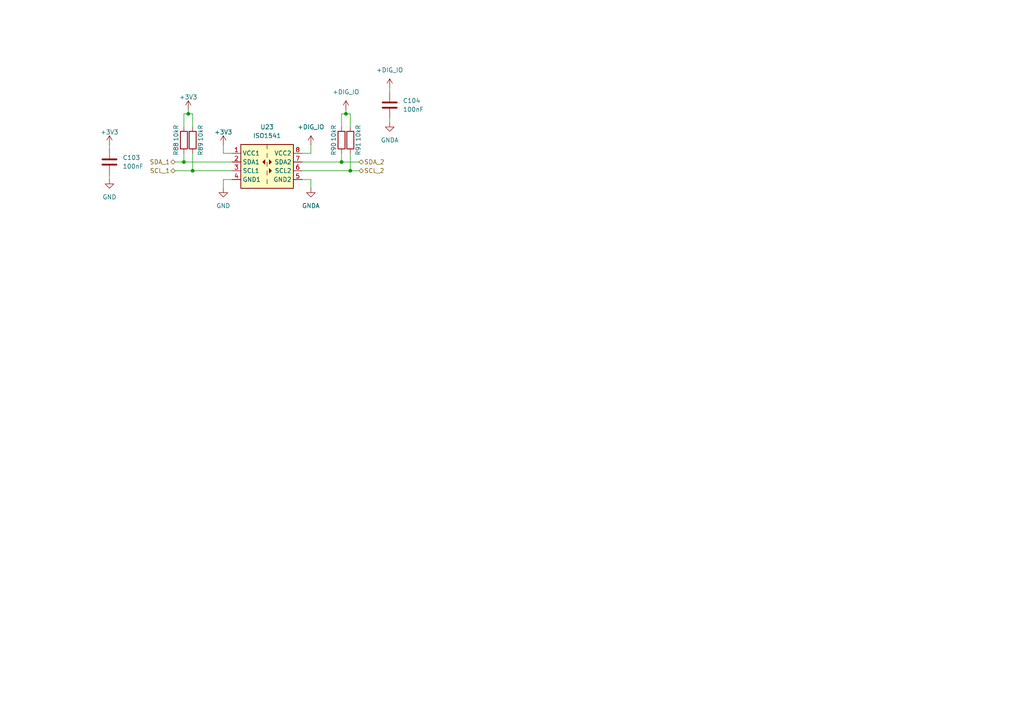
<source format=kicad_sch>
(kicad_sch (version 20231120) (generator "eeschema") (generator_version "8.0")
  (paper "A4")
  (lib_symbols
    (symbol "Device:C" (pin_numbers hide) (pin_names (offset 0.254))
      (property "Reference" "C" (at 0.635 2.54 0))
      (property "Value" "C" (at 0.635 -2.54 0))
      (symbol "C_0_1"
        (polyline (pts (xy -2.032 -0.762) (xy 2.032 -0.762)) (stroke (width 0.508)))
        (polyline (pts (xy -2.032 0.762) (xy 2.032 0.762)) (stroke (width 0.508)))
      )
      (symbol "C_1_1"
        (pin passive line (at 0 3.81 270) (length 2.794) (name "~") (number "1"))
        (pin passive line (at 0 -3.81 90) (length 2.794) (name "~") (number "2"))
      )
    )
    (symbol "Device:R" (pin_numbers hide) (pin_names (offset 0))
      (property "Reference" "R" (at 2.032 0 90))
      (property "Value" "R" (at 0 0 90))
      (symbol "R_0_1"
        (rectangle (start -1.016 -2.54) (end 1.016 2.54) (stroke (width 0.254)))
      )
      (symbol "R_1_1"
        (pin passive line (at 0 3.81 270) (length 1.27) (name "~") (number "1"))
        (pin passive line (at 0 -3.81 90) (length 1.27) (name "~") (number "2"))
      )
    )
    (symbol "Isolator:ISO1541"
      (property "Reference" "U" (at -6.35 6.35 0))
      (property "Value" "ISO1541" (at 3.81 6.35 0))
      (symbol "ISO1541_0_1"
        (rectangle (start -7.62 5.08) (end 7.62 -7.62) (stroke (width 0.254)) (fill (type background)))
        (rectangle (start 0 -5.08) (end 0 -6.35))
        (polyline (pts (xy 0 -2.54) (xy 0 -3.81)))
        (polyline (pts (xy 0 0) (xy 0 -1.27)))
        (polyline (pts (xy 0 2.54) (xy 0 1.27)))
        (polyline (pts (xy 0 5.08) (xy 0 3.81)))
        (polyline (pts (xy -0.635 0.635) (xy -1.27 0) (xy -0.635 -0.635) (xy -0.635 0.635)) (fill (type outline)))
        (polyline (pts (xy 0.635 -1.905) (xy 1.27 -2.54) (xy 0.635 -3.175) (xy 0.635 -1.905)) (fill (type outline)))
        (polyline (pts (xy 0.635 0.635) (xy 1.27 0) (xy 0.635 -0.635) (xy 0.635 0.635)) (fill (type outline)))
      )
      (symbol "ISO1541_1_1"
        (pin power_in line (at -10.16 2.54 0) (length 2.54) (name "VCC1") (number "1"))
        (pin bidirectional line (at -10.16 0 0) (length 2.54) (name "SDA1") (number "2"))
        (pin input line (at -10.16 -2.54 0) (length 2.54) (name "SCL1") (number "3"))
        (pin power_in line (at -10.16 -5.08 0) (length 2.54) (name "GND1") (number "4"))
        (pin power_in line (at 10.16 -5.08 180) (length 2.54) (name "GND2") (number "5"))
        (pin output line (at 10.16 -2.54 180) (length 2.54) (name "SCL2") (number "6"))
        (pin bidirectional line (at 10.16 0 180) (length 2.54) (name "SDA2") (number "7"))
        (pin power_in line (at 10.16 2.54 180) (length 2.54) (name "VCC2") (number "8"))
      )
    )
    (symbol "power:+3V3" (power) (pin_numbers hide) (pin_names (offset 0) hide)
      (property "Value" "+3V3" (at 0 3.556 0))
      (symbol "+3V3_0_1"
        (polyline (pts (xy -0.762 1.27) (xy 0 2.54)))
        (polyline (pts (xy 0 0) (xy 0 2.54)))
        (polyline (pts (xy 0 2.54) (xy 0.762 1.27)))
      )
      (symbol "+3V3_1_1"
        (pin power_in line (at 0 0 90) (length 0) (name "~") (number "1"))
      )
    )
    (symbol "power:+5VA" (power) (pin_numbers hide) (pin_names (offset 0) hide)
      (property "Value" "+5VA" (at 0 3.556 0))
      (symbol "+5VA_0_1"
        (polyline (pts (xy -0.762 1.27) (xy 0 2.54)))
        (polyline (pts (xy 0 0) (xy 0 2.54)))
        (polyline (pts (xy 0 2.54) (xy 0.762 1.27)))
      )
      (symbol "+5VA_1_1"
        (pin power_in line (at 0 0 90) (length 0) (name "~") (number "1"))
      )
    )
    (symbol "power:GND" (power) (pin_numbers hide) (pin_names (offset 0) hide)
      (property "Value" "GND" (at 0 -3.81 0))
      (symbol "GND_0_1"
        (polyline (pts (xy 0 0) (xy 0 -1.27) (xy 1.27 -1.27) (xy 0 -2.54) (xy -1.27 -1.27) (xy 0 -1.27)))
      )
      (symbol "GND_1_1"
        (pin power_in line (at 0 0 270) (length 0) (name "~") (number "1"))
      )
    )
    (symbol "power:GNDA" (power) (pin_numbers hide) (pin_names (offset 0) hide)
      (property "Value" "GNDA" (at 0 -3.81 0))
      (symbol "GNDA_0_1"
        (polyline (pts (xy 0 0) (xy 0 -1.27) (xy 1.27 -1.27) (xy 0 -2.54) (xy -1.27 -1.27) (xy 0 -1.27)))
      )
      (symbol "GNDA_1_1"
        (pin power_in line (at 0 0 270) (length 0) (name "~") (number "1"))
      )
    )
  )
  (junction (at 99.06 46.99))
  (junction (at 100.33 33.02))
  (junction (at 53.34 46.99))
  (junction (at 54.61 33.02))
  (junction (at 55.88 49.53))
  (junction (at 101.6 49.53))
  (wire (pts (xy 90.17 41.91) (xy 90.17 44.45)))
  (wire (pts (xy 99.06 46.99) (xy 104.14 46.99)))
  (wire (pts (xy 87.63 46.99) (xy 99.06 46.99)))
  (wire (pts (xy 64.77 52.07) (xy 67.31 52.07)))
  (wire (pts (xy 55.88 49.53) (xy 67.31 49.53)))
  (wire (pts (xy 64.77 44.45) (xy 67.31 44.45)))
  (wire (pts (xy 101.6 44.45) (xy 101.6 49.53)))
  (wire (pts (xy 55.88 44.45) (xy 55.88 49.53)))
  (wire (pts (xy 87.63 49.53) (xy 101.6 49.53)))
  (wire (pts (xy 99.06 36.83) (xy 99.06 33.02)))
  (wire (pts (xy 87.63 52.07) (xy 90.17 52.07)))
  (wire (pts (xy 50.8 49.53) (xy 55.88 49.53)))
  (wire (pts (xy 53.34 46.99) (xy 67.31 46.99)))
  (wire (pts (xy 53.34 36.83) (xy 53.34 33.02)))
  (wire (pts (xy 53.34 33.02) (xy 54.61 33.02)))
  (wire (pts (xy 64.77 41.91) (xy 64.77 44.45)))
  (wire (pts (xy 87.63 44.45) (xy 90.17 44.45)))
  (wire (pts (xy 101.6 33.02) (xy 101.6 36.83)))
  (wire (pts (xy 101.6 49.53) (xy 104.14 49.53)))
  (wire (pts (xy 50.8 46.99) (xy 53.34 46.99)))
  (wire (pts (xy 64.77 54.61) (xy 64.77 52.07)))
  (wire (pts (xy 113.03 25.4) (xy 113.03 26.67)))
  (wire (pts (xy 90.17 52.07) (xy 90.17 54.61)))
  (wire (pts (xy 99.06 44.45) (xy 99.06 46.99)))
  (wire (pts (xy 54.61 33.02) (xy 55.88 33.02)))
  (wire (pts (xy 100.33 31.75) (xy 100.33 33.02)))
  (wire (pts (xy 55.88 33.02) (xy 55.88 36.83)))
  (wire (pts (xy 31.75 50.8) (xy 31.75 52.07)))
  (wire (pts (xy 54.61 31.75) (xy 54.61 33.02)))
  (wire (pts (xy 53.34 44.45) (xy 53.34 46.99)))
  (wire (pts (xy 100.33 33.02) (xy 101.6 33.02)))
  (wire (pts (xy 31.75 41.91) (xy 31.75 43.18)))
  (wire (pts (xy 99.06 33.02) (xy 100.33 33.02)))
  (wire (pts (xy 113.03 34.29) (xy 113.03 35.56)))
  (hierarchical_label "SDA_2" (shape bidirectional) (at 104.14 46.99 0))
  (hierarchical_label "SCL_2" (shape bidirectional) (at 104.14 49.53 0))
  (hierarchical_label "SDA_1" (shape bidirectional) (at 50.8 46.99 180))
  (hierarchical_label "SCL_1" (shape bidirectional) (at 50.8 49.53 180))
  (symbol (lib_id "power:+3V3") (at 64.77 41.91 0) (unit 1)
    (property "Reference" "#PWR0260" (effects (hide yes)))
    (property "Value" "+3V3" (at 64.77 38.3342 0))
    (property "Description" "Power symbol creates a global label with name \"+3V3\"" (effects (hide yes)))
  )
  (symbol (lib_id "power:+5VA") (at 100.33 31.75 0) (unit 1)
    (property "Reference" "#PWR0264" (effects (hide yes)))
    (property "Value" "+DIG_IO" (at 100.33 26.67 0))
    (property "Description" "Power symbol creates a global label with name \"+5VA\"" (effects (hide yes)))
  )
  (symbol (lib_id "Device:C") (at 113.03 30.48 0) (unit 1)
    (property "Reference" "C104" (at 116.84 29.2099 0) (effects (justify left)))
    (property "Value" "100nF" (at 116.84 31.7499 0) (effects (justify left)))
    (property "Footprint" "Capacitor_SMD:C_0603_1608Metric" (effects (hide yes)))
    (property "Description" "Unpolarized capacitor" (effects (hide yes)))
    (property "LCSC" "C14663" (effects (hide yes)))
  )
  (symbol (lib_id "Isolator:ISO1541") (at 77.47 46.99 0) (unit 1)
    (property "Reference" "U23" (at 77.47 36.83 0))
    (property "Value" "ISO1541" (at 77.47 39.37 0))
    (property "Footprint" "Package_SO:SOIC-8_3.9x4.9mm_P1.27mm" (effects (hide yes)))
    (property "Datasheet" "http://www.ti.com/lit/ds/symlink/iso1541.pdf" (effects (hide yes)))
    (property "Description" "I2C Isolator, 2.5 kVrms, Unidirectional Clock, Bidirectional data, SOIC-8" (effects (hide yes)))
    (property "LCSC" "C143028" (effects (hide yes)))
  )
  (symbol (lib_id "power:GND") (at 64.77 54.61 0) (unit 1)
    (property "Reference" "#PWR0261" (effects (hide yes)))
    (property "Value" "GND" (at 64.77 59.69 0))
    (property "Description" "Power symbol creates a global label with name \"GND\" , ground" (effects (hide yes)))
  )
  (symbol (lib_id "Device:R") (at 53.34 40.64 180) (unit 1)
    (property "Reference" "R88" (at 51.054 43.18 90))
    (property "Value" "10kR" (at 51.054 38.608 90))
    (property "Footprint" "Resistor_SMD:R_0402_1005Metric" (effects (hide yes)))
    (property "Description" "Resistor" (effects (hide yes)))
    (property "LCSC" "C25744" (effects (hide yes)))
  )
  (symbol (lib_id "power:GNDA") (at 90.17 54.61 0) (unit 1)
    (property "Reference" "#PWR0263" (effects (hide yes)))
    (property "Value" "GNDA" (at 90.17 59.69 0))
    (property "Description" "Power symbol creates a global label with name \"GNDA\" , analog ground" (effects (hide yes)))
  )
  (symbol (lib_id "Device:R") (at 99.06 40.64 180) (unit 1)
    (property "Reference" "R90" (at 96.774 43.18 90))
    (property "Value" "10kR" (at 96.774 38.608 90))
    (property "Footprint" "Resistor_SMD:R_0402_1005Metric" (effects (hide yes)))
    (property "Description" "Resistor" (effects (hide yes)))
    (property "LCSC" "C25744" (effects (hide yes)))
  )
  (symbol (lib_id "power:+5VA") (at 113.03 25.4 0) (unit 1)
    (property "Reference" "#PWR0265" (effects (hide yes)))
    (property "Value" "+DIG_IO" (at 113.03 20.32 0))
    (property "Description" "Power symbol creates a global label with name \"+5VA\"" (effects (hide yes)))
  )
  (symbol (lib_id "Device:R") (at 55.88 40.64 0) (mirror x) (unit 1)
    (property "Reference" "R89" (at 58.166 43.18 90))
    (property "Value" "10kR" (at 58.166 38.608 90))
    (property "Footprint" "Resistor_SMD:R_0402_1005Metric" (effects (hide yes)))
    (property "Description" "Resistor" (effects (hide yes)))
    (property "LCSC" "C25744" (effects (hide yes)))
  )
  (symbol (lib_id "power:GNDA") (at 113.03 35.56 0) (unit 1)
    (property "Reference" "#PWR0266" (effects (hide yes)))
    (property "Value" "GNDA" (at 113.03 40.64 0))
    (property "Description" "Power symbol creates a global label with name \"GNDA\" , analog ground" (effects (hide yes)))
  )
  (symbol (lib_id "power:+5VA") (at 90.17 41.91 0) (unit 1)
    (property "Reference" "#PWR0262" (effects (hide yes)))
    (property "Value" "+DIG_IO" (at 90.17 36.83 0))
    (property "Description" "Power symbol creates a global label with name \"+5VA\"" (effects (hide yes)))
  )
  (symbol (lib_id "power:+3V3") (at 31.75 41.91 0) (unit 1)
    (property "Reference" "#PWR0257" (effects (hide yes)))
    (property "Value" "+3V3" (at 31.75 38.3342 0))
    (property "Description" "Power symbol creates a global label with name \"+3V3\"" (effects (hide yes)))
  )
  (symbol (lib_id "power:GND") (at 31.75 52.07 0) (unit 1)
    (property "Reference" "#PWR0258" (effects (hide yes)))
    (property "Value" "GND" (at 31.75 57.15 0))
    (property "Description" "Power symbol creates a global label with name \"GND\" , ground" (effects (hide yes)))
  )
  (symbol (lib_id "power:+3V3") (at 54.61 31.75 0) (unit 1)
    (property "Reference" "#PWR0259" (effects (hide yes)))
    (property "Value" "+3V3" (at 54.61 28.1742 0))
    (property "Description" "Power symbol creates a global label with name \"+3V3\"" (effects (hide yes)))
  )
  (symbol (lib_id "Device:R") (at 101.6 40.64 0) (mirror x) (unit 1)
    (property "Reference" "R91" (at 103.886 43.18 90))
    (property "Value" "10kR" (at 103.886 38.608 90))
    (property "Footprint" "Resistor_SMD:R_0402_1005Metric" (effects (hide yes)))
    (property "Description" "Resistor" (effects (hide yes)))
    (property "LCSC" "C25744" (effects (hide yes)))
  )
  (symbol (lib_id "Device:C") (at 31.75 46.99 0) (unit 1)
    (property "Reference" "C103" (at 35.56 45.7199 0) (effects (justify left)))
    (property "Value" "100nF" (at 35.56 48.2599 0) (effects (justify left)))
    (property "Footprint" "Capacitor_SMD:C_0603_1608Metric" (effects (hide yes)))
    (property "Description" "Unpolarized capacitor" (effects (hide yes)))
    (property "LCSC" "C14663" (effects (hide yes)))
  )
)
</source>
